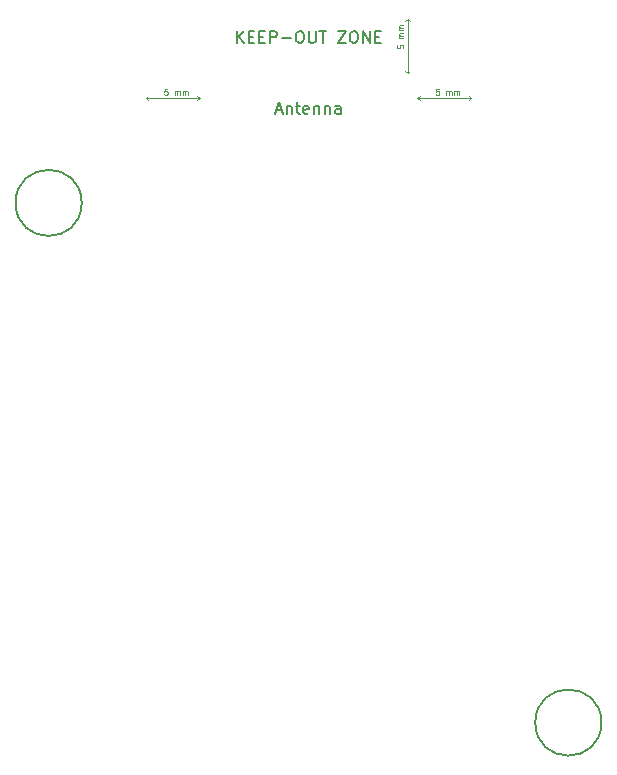
<source format=gbr>
G04 #@! TF.GenerationSoftware,KiCad,Pcbnew,6.0.9-8da3e8f707~117~ubuntu22.04.1*
G04 #@! TF.CreationDate,2022-12-16T18:05:51+00:00*
G04 #@! TF.ProjectId,gauge_servo,67617567-655f-4736-9572-766f2e6b6963,rev?*
G04 #@! TF.SameCoordinates,Original*
G04 #@! TF.FileFunction,Other,Comment*
%FSLAX46Y46*%
G04 Gerber Fmt 4.6, Leading zero omitted, Abs format (unit mm)*
G04 Created by KiCad (PCBNEW 6.0.9-8da3e8f707~117~ubuntu22.04.1) date 2022-12-16 18:05:51*
%MOMM*%
%LPD*%
G01*
G04 APERTURE LIST*
%ADD10C,0.100000*%
%ADD11C,0.150000*%
G04 APERTURE END LIST*
D10*
G04 #@! TO.C,U4*
X138061904Y-68351190D02*
X137823809Y-68351190D01*
X137800000Y-68589285D01*
X137823809Y-68565476D01*
X137871428Y-68541666D01*
X137990476Y-68541666D01*
X138038095Y-68565476D01*
X138061904Y-68589285D01*
X138085714Y-68636904D01*
X138085714Y-68755952D01*
X138061904Y-68803571D01*
X138038095Y-68827380D01*
X137990476Y-68851190D01*
X137871428Y-68851190D01*
X137823809Y-68827380D01*
X137800000Y-68803571D01*
X138680952Y-68851190D02*
X138680952Y-68517857D01*
X138680952Y-68565476D02*
X138704761Y-68541666D01*
X138752380Y-68517857D01*
X138823809Y-68517857D01*
X138871428Y-68541666D01*
X138895238Y-68589285D01*
X138895238Y-68851190D01*
X138895238Y-68589285D02*
X138919047Y-68541666D01*
X138966666Y-68517857D01*
X139038095Y-68517857D01*
X139085714Y-68541666D01*
X139109523Y-68589285D01*
X139109523Y-68851190D01*
X139347619Y-68851190D02*
X139347619Y-68517857D01*
X139347619Y-68565476D02*
X139371428Y-68541666D01*
X139419047Y-68517857D01*
X139490476Y-68517857D01*
X139538095Y-68541666D01*
X139561904Y-68589285D01*
X139561904Y-68851190D01*
X139561904Y-68589285D02*
X139585714Y-68541666D01*
X139633333Y-68517857D01*
X139704761Y-68517857D01*
X139752380Y-68541666D01*
X139776190Y-68589285D01*
X139776190Y-68851190D01*
D11*
X147238095Y-70166666D02*
X147714285Y-70166666D01*
X147142857Y-70452380D02*
X147476190Y-69452380D01*
X147809523Y-70452380D01*
X148142857Y-69785714D02*
X148142857Y-70452380D01*
X148142857Y-69880952D02*
X148190476Y-69833333D01*
X148285714Y-69785714D01*
X148428571Y-69785714D01*
X148523809Y-69833333D01*
X148571428Y-69928571D01*
X148571428Y-70452380D01*
X148904761Y-69785714D02*
X149285714Y-69785714D01*
X149047619Y-69452380D02*
X149047619Y-70309523D01*
X149095238Y-70404761D01*
X149190476Y-70452380D01*
X149285714Y-70452380D01*
X150000000Y-70404761D02*
X149904761Y-70452380D01*
X149714285Y-70452380D01*
X149619047Y-70404761D01*
X149571428Y-70309523D01*
X149571428Y-69928571D01*
X149619047Y-69833333D01*
X149714285Y-69785714D01*
X149904761Y-69785714D01*
X150000000Y-69833333D01*
X150047619Y-69928571D01*
X150047619Y-70023809D01*
X149571428Y-70119047D01*
X150476190Y-69785714D02*
X150476190Y-70452380D01*
X150476190Y-69880952D02*
X150523809Y-69833333D01*
X150619047Y-69785714D01*
X150761904Y-69785714D01*
X150857142Y-69833333D01*
X150904761Y-69928571D01*
X150904761Y-70452380D01*
X151380952Y-69785714D02*
X151380952Y-70452380D01*
X151380952Y-69880952D02*
X151428571Y-69833333D01*
X151523809Y-69785714D01*
X151666666Y-69785714D01*
X151761904Y-69833333D01*
X151809523Y-69928571D01*
X151809523Y-70452380D01*
X152714285Y-70452380D02*
X152714285Y-69928571D01*
X152666666Y-69833333D01*
X152571428Y-69785714D01*
X152380952Y-69785714D01*
X152285714Y-69833333D01*
X152714285Y-70404761D02*
X152619047Y-70452380D01*
X152380952Y-70452380D01*
X152285714Y-70404761D01*
X152238095Y-70309523D01*
X152238095Y-70214285D01*
X152285714Y-70119047D01*
X152380952Y-70071428D01*
X152619047Y-70071428D01*
X152714285Y-70023809D01*
D10*
X157526190Y-64663095D02*
X157526190Y-64901190D01*
X157764285Y-64925000D01*
X157740476Y-64901190D01*
X157716666Y-64853571D01*
X157716666Y-64734523D01*
X157740476Y-64686904D01*
X157764285Y-64663095D01*
X157811904Y-64639285D01*
X157930952Y-64639285D01*
X157978571Y-64663095D01*
X158002380Y-64686904D01*
X158026190Y-64734523D01*
X158026190Y-64853571D01*
X158002380Y-64901190D01*
X157978571Y-64925000D01*
X158026190Y-64044047D02*
X157692857Y-64044047D01*
X157740476Y-64044047D02*
X157716666Y-64020238D01*
X157692857Y-63972619D01*
X157692857Y-63901190D01*
X157716666Y-63853571D01*
X157764285Y-63829761D01*
X158026190Y-63829761D01*
X157764285Y-63829761D02*
X157716666Y-63805952D01*
X157692857Y-63758333D01*
X157692857Y-63686904D01*
X157716666Y-63639285D01*
X157764285Y-63615476D01*
X158026190Y-63615476D01*
X158026190Y-63377380D02*
X157692857Y-63377380D01*
X157740476Y-63377380D02*
X157716666Y-63353571D01*
X157692857Y-63305952D01*
X157692857Y-63234523D01*
X157716666Y-63186904D01*
X157764285Y-63163095D01*
X158026190Y-63163095D01*
X157764285Y-63163095D02*
X157716666Y-63139285D01*
X157692857Y-63091666D01*
X157692857Y-63020238D01*
X157716666Y-62972619D01*
X157764285Y-62948809D01*
X158026190Y-62948809D01*
D11*
X143928571Y-64452380D02*
X143928571Y-63452380D01*
X144500000Y-64452380D02*
X144071428Y-63880952D01*
X144500000Y-63452380D02*
X143928571Y-64023809D01*
X144928571Y-63928571D02*
X145261904Y-63928571D01*
X145404761Y-64452380D02*
X144928571Y-64452380D01*
X144928571Y-63452380D01*
X145404761Y-63452380D01*
X145833333Y-63928571D02*
X146166666Y-63928571D01*
X146309523Y-64452380D02*
X145833333Y-64452380D01*
X145833333Y-63452380D01*
X146309523Y-63452380D01*
X146738095Y-64452380D02*
X146738095Y-63452380D01*
X147119047Y-63452380D01*
X147214285Y-63500000D01*
X147261904Y-63547619D01*
X147309523Y-63642857D01*
X147309523Y-63785714D01*
X147261904Y-63880952D01*
X147214285Y-63928571D01*
X147119047Y-63976190D01*
X146738095Y-63976190D01*
X147738095Y-64071428D02*
X148500000Y-64071428D01*
X149166666Y-63452380D02*
X149357142Y-63452380D01*
X149452380Y-63500000D01*
X149547619Y-63595238D01*
X149595238Y-63785714D01*
X149595238Y-64119047D01*
X149547619Y-64309523D01*
X149452380Y-64404761D01*
X149357142Y-64452380D01*
X149166666Y-64452380D01*
X149071428Y-64404761D01*
X148976190Y-64309523D01*
X148928571Y-64119047D01*
X148928571Y-63785714D01*
X148976190Y-63595238D01*
X149071428Y-63500000D01*
X149166666Y-63452380D01*
X150023809Y-63452380D02*
X150023809Y-64261904D01*
X150071428Y-64357142D01*
X150119047Y-64404761D01*
X150214285Y-64452380D01*
X150404761Y-64452380D01*
X150500000Y-64404761D01*
X150547619Y-64357142D01*
X150595238Y-64261904D01*
X150595238Y-63452380D01*
X150928571Y-63452380D02*
X151500000Y-63452380D01*
X151214285Y-64452380D02*
X151214285Y-63452380D01*
X152500000Y-63452380D02*
X153166666Y-63452380D01*
X152500000Y-64452380D01*
X153166666Y-64452380D01*
X153738095Y-63452380D02*
X153928571Y-63452380D01*
X154023809Y-63500000D01*
X154119047Y-63595238D01*
X154166666Y-63785714D01*
X154166666Y-64119047D01*
X154119047Y-64309523D01*
X154023809Y-64404761D01*
X153928571Y-64452380D01*
X153738095Y-64452380D01*
X153642857Y-64404761D01*
X153547619Y-64309523D01*
X153500000Y-64119047D01*
X153500000Y-63785714D01*
X153547619Y-63595238D01*
X153642857Y-63500000D01*
X153738095Y-63452380D01*
X154595238Y-64452380D02*
X154595238Y-63452380D01*
X155166666Y-64452380D01*
X155166666Y-63452380D01*
X155642857Y-63928571D02*
X155976190Y-63928571D01*
X156119047Y-64452380D02*
X155642857Y-64452380D01*
X155642857Y-63452380D01*
X156119047Y-63452380D01*
D10*
X161061904Y-68351190D02*
X160823809Y-68351190D01*
X160800000Y-68589285D01*
X160823809Y-68565476D01*
X160871428Y-68541666D01*
X160990476Y-68541666D01*
X161038095Y-68565476D01*
X161061904Y-68589285D01*
X161085714Y-68636904D01*
X161085714Y-68755952D01*
X161061904Y-68803571D01*
X161038095Y-68827380D01*
X160990476Y-68851190D01*
X160871428Y-68851190D01*
X160823809Y-68827380D01*
X160800000Y-68803571D01*
X161680952Y-68851190D02*
X161680952Y-68517857D01*
X161680952Y-68565476D02*
X161704761Y-68541666D01*
X161752380Y-68517857D01*
X161823809Y-68517857D01*
X161871428Y-68541666D01*
X161895238Y-68589285D01*
X161895238Y-68851190D01*
X161895238Y-68589285D02*
X161919047Y-68541666D01*
X161966666Y-68517857D01*
X162038095Y-68517857D01*
X162085714Y-68541666D01*
X162109523Y-68589285D01*
X162109523Y-68851190D01*
X162347619Y-68851190D02*
X162347619Y-68517857D01*
X162347619Y-68565476D02*
X162371428Y-68541666D01*
X162419047Y-68517857D01*
X162490476Y-68517857D01*
X162538095Y-68541666D01*
X162561904Y-68589285D01*
X162561904Y-68851190D01*
X162561904Y-68589285D02*
X162585714Y-68541666D01*
X162633333Y-68517857D01*
X162704761Y-68517857D01*
X162752380Y-68541666D01*
X162776190Y-68589285D01*
X162776190Y-68851190D01*
D11*
G04 #@! TO.C,REF\u002A\u002A*
X174800000Y-122000000D02*
G75*
G03*
X174800000Y-122000000I-2800000J0D01*
G01*
X130800000Y-78000000D02*
G75*
G03*
X130800000Y-78000000I-2800000J0D01*
G01*
D10*
G04 #@! TO.C,U4*
X159200000Y-69125000D02*
X159400000Y-68925000D01*
X159200000Y-69125000D02*
X163800000Y-69125000D01*
X136200000Y-69125000D02*
X136400000Y-68925000D01*
X140800000Y-69125000D02*
X140600000Y-69325000D01*
X159200000Y-69125000D02*
X159400000Y-69325000D01*
X158400000Y-67000000D02*
X158200000Y-66800000D01*
X158400000Y-62400000D02*
X158200000Y-62600000D01*
X163800000Y-69125000D02*
X163600000Y-69325000D01*
X158400000Y-67000000D02*
X158400000Y-62400000D01*
X136200000Y-69125000D02*
X140800000Y-69125000D01*
X140800000Y-69125000D02*
X140600000Y-68925000D01*
X136200000Y-69125000D02*
X136400000Y-69325000D01*
X158400000Y-67000000D02*
X158600000Y-66800000D01*
X158400000Y-62400000D02*
X158600000Y-62600000D01*
X163800000Y-69125000D02*
X163600000Y-68925000D01*
G04 #@! TD*
M02*

</source>
